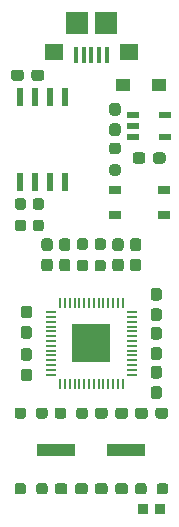
<source format=gtp>
%TF.GenerationSoftware,KiCad,Pcbnew,(5.1.10)-1*%
%TF.CreationDate,2021-05-16T15:19:33-05:00*%
%TF.ProjectId,rpi-pico-debugger-shoe,7270692d-7069-4636-9f2d-646562756767,v01*%
%TF.SameCoordinates,Original*%
%TF.FileFunction,Paste,Top*%
%TF.FilePolarity,Positive*%
%FSLAX46Y46*%
G04 Gerber Fmt 4.6, Leading zero omitted, Abs format (unit mm)*
G04 Created by KiCad (PCBNEW (5.1.10)-1) date 2021-05-16 15:19:33*
%MOMM*%
%LPD*%
G01*
G04 APERTURE LIST*
%ADD10C,0.152400*%
%ADD11R,3.200400X1.041400*%
%ADD12R,1.041400X0.660400*%
%ADD13R,1.003300X0.508000*%
%ADD14R,0.580000X1.610000*%
%ADD15R,0.400000X1.350000*%
%ADD16R,1.600000X1.400000*%
%ADD17R,1.900000X1.900000*%
%ADD18R,3.200400X3.200400*%
%ADD19R,0.177800X0.812800*%
%ADD20R,0.812800X0.177800*%
%ADD21R,0.950000X0.950000*%
%ADD22R,1.143000X1.092200*%
G04 APERTURE END LIST*
D10*
%TO.C,U1*%
X135999800Y-102999800D02*
X135999800Y-104400000D01*
X135999800Y-104400000D02*
X137400000Y-104400000D01*
X137400000Y-104400000D02*
X137400000Y-102999800D01*
X137400000Y-102999800D02*
X135999800Y-102999800D01*
X135999800Y-104600000D02*
X135999800Y-106000200D01*
X135999800Y-106000200D02*
X137400000Y-106000200D01*
X137400000Y-106000200D02*
X137400000Y-104600000D01*
X137400000Y-104600000D02*
X135999800Y-104600000D01*
X137600000Y-102999800D02*
X137600000Y-104400000D01*
X137600000Y-104400000D02*
X139000200Y-104400000D01*
X139000200Y-104400000D02*
X139000200Y-102999800D01*
X139000200Y-102999800D02*
X137600000Y-102999800D01*
X137600000Y-104600000D02*
X137600000Y-106000200D01*
X137600000Y-106000200D02*
X139000200Y-106000200D01*
X139000200Y-106000200D02*
X139000200Y-104600000D01*
X139000200Y-104600000D02*
X137600000Y-104600000D01*
%TD*%
D11*
%TO.C,Y1*%
X140459100Y-113500000D03*
X134540900Y-113500000D03*
%TD*%
D12*
%TO.C,SW1*%
X139525000Y-91475001D03*
X143675000Y-91475001D03*
X139525000Y-93624999D03*
X143675000Y-93624999D03*
%TD*%
D13*
%TO.C,U2*%
X143752550Y-85149999D03*
X143752550Y-87050001D03*
X141047450Y-87050001D03*
X141047450Y-86100000D03*
X141047450Y-85149999D03*
%TD*%
D14*
%TO.C,U3*%
X131495000Y-83595000D03*
X132765000Y-83595000D03*
X134035000Y-83595000D03*
X135305000Y-83595000D03*
X135305000Y-90805000D03*
X134035000Y-90805000D03*
X132765000Y-90805000D03*
X131495000Y-90805000D03*
%TD*%
D15*
%TO.C,J1*%
X138800000Y-80075000D03*
X138150000Y-80075000D03*
X137500000Y-80075000D03*
X136850000Y-80075000D03*
X136200000Y-80075000D03*
D16*
X140700000Y-79850000D03*
X134300000Y-79850000D03*
D17*
X138700000Y-77400000D03*
X136300000Y-77400000D03*
%TD*%
D18*
%TO.C,U1*%
X137500000Y-104500000D03*
D19*
X134858400Y-101096400D03*
X135264800Y-101096400D03*
X135671200Y-101096400D03*
X136077600Y-101096400D03*
X136484000Y-101096400D03*
X136890400Y-101096400D03*
X137296800Y-101096400D03*
X137703200Y-101096400D03*
X138109600Y-101096400D03*
X138516000Y-101096400D03*
X138922400Y-101096400D03*
X139328800Y-101096400D03*
X139735200Y-101096400D03*
X140141600Y-101096400D03*
D20*
X140903600Y-101858400D03*
X140903600Y-102264800D03*
X140903600Y-102671200D03*
X140903600Y-103077600D03*
X140903600Y-103484000D03*
X140903600Y-103890400D03*
X140903600Y-104296800D03*
X140903600Y-104703200D03*
X140903600Y-105109600D03*
X140903600Y-105516000D03*
X140903600Y-105922400D03*
X140903600Y-106328800D03*
X140903600Y-106735200D03*
X140903600Y-107141600D03*
D19*
X140141600Y-107903600D03*
X139735200Y-107903600D03*
X139328800Y-107903600D03*
X138922400Y-107903600D03*
X138516000Y-107903600D03*
X138109600Y-107903600D03*
X137703200Y-107903600D03*
X137296800Y-107903600D03*
X136890400Y-107903600D03*
X136484000Y-107903600D03*
X136077600Y-107903600D03*
X135671200Y-107903600D03*
X135264800Y-107903600D03*
X134858400Y-107903600D03*
D20*
X134096400Y-107141600D03*
X134096400Y-106735200D03*
X134096400Y-106328800D03*
X134096400Y-105922400D03*
X134096400Y-105516000D03*
X134096400Y-105109600D03*
X134096400Y-104703200D03*
X134096400Y-104296800D03*
X134096400Y-103890400D03*
X134096400Y-103484000D03*
X134096400Y-103077600D03*
X134096400Y-102671200D03*
X134096400Y-102264800D03*
X134096400Y-101858400D03*
%TD*%
%TO.C,R4*%
G36*
G01*
X136512500Y-97425000D02*
X136987500Y-97425000D01*
G75*
G02*
X137225000Y-97662500I0J-237500D01*
G01*
X137225000Y-98162500D01*
G75*
G02*
X136987500Y-98400000I-237500J0D01*
G01*
X136512500Y-98400000D01*
G75*
G02*
X136275000Y-98162500I0J237500D01*
G01*
X136275000Y-97662500D01*
G75*
G02*
X136512500Y-97425000I237500J0D01*
G01*
G37*
G36*
G01*
X136512500Y-95600000D02*
X136987500Y-95600000D01*
G75*
G02*
X137225000Y-95837500I0J-237500D01*
G01*
X137225000Y-96337500D01*
G75*
G02*
X136987500Y-96575000I-237500J0D01*
G01*
X136512500Y-96575000D01*
G75*
G02*
X136275000Y-96337500I0J237500D01*
G01*
X136275000Y-95837500D01*
G75*
G02*
X136512500Y-95600000I237500J0D01*
G01*
G37*
%TD*%
%TO.C,R9*%
G36*
G01*
X133237500Y-93175000D02*
X132762500Y-93175000D01*
G75*
G02*
X132525000Y-92937500I0J237500D01*
G01*
X132525000Y-92437500D01*
G75*
G02*
X132762500Y-92200000I237500J0D01*
G01*
X133237500Y-92200000D01*
G75*
G02*
X133475000Y-92437500I0J-237500D01*
G01*
X133475000Y-92937500D01*
G75*
G02*
X133237500Y-93175000I-237500J0D01*
G01*
G37*
G36*
G01*
X133237500Y-95000000D02*
X132762500Y-95000000D01*
G75*
G02*
X132525000Y-94762500I0J237500D01*
G01*
X132525000Y-94262500D01*
G75*
G02*
X132762500Y-94025000I237500J0D01*
G01*
X133237500Y-94025000D01*
G75*
G02*
X133475000Y-94262500I0J-237500D01*
G01*
X133475000Y-94762500D01*
G75*
G02*
X133237500Y-95000000I-237500J0D01*
G01*
G37*
%TD*%
%TO.C,R8*%
G36*
G01*
X131262500Y-94025000D02*
X131737500Y-94025000D01*
G75*
G02*
X131975000Y-94262500I0J-237500D01*
G01*
X131975000Y-94762500D01*
G75*
G02*
X131737500Y-95000000I-237500J0D01*
G01*
X131262500Y-95000000D01*
G75*
G02*
X131025000Y-94762500I0J237500D01*
G01*
X131025000Y-94262500D01*
G75*
G02*
X131262500Y-94025000I237500J0D01*
G01*
G37*
G36*
G01*
X131262500Y-92200000D02*
X131737500Y-92200000D01*
G75*
G02*
X131975000Y-92437500I0J-237500D01*
G01*
X131975000Y-92937500D01*
G75*
G02*
X131737500Y-93175000I-237500J0D01*
G01*
X131262500Y-93175000D01*
G75*
G02*
X131025000Y-92937500I0J237500D01*
G01*
X131025000Y-92437500D01*
G75*
G02*
X131262500Y-92200000I237500J0D01*
G01*
G37*
%TD*%
%TO.C,R7*%
G36*
G01*
X136225000Y-110637500D02*
X136225000Y-110162500D01*
G75*
G02*
X136462500Y-109925000I237500J0D01*
G01*
X136962500Y-109925000D01*
G75*
G02*
X137200000Y-110162500I0J-237500D01*
G01*
X137200000Y-110637500D01*
G75*
G02*
X136962500Y-110875000I-237500J0D01*
G01*
X136462500Y-110875000D01*
G75*
G02*
X136225000Y-110637500I0J237500D01*
G01*
G37*
G36*
G01*
X134400000Y-110637500D02*
X134400000Y-110162500D01*
G75*
G02*
X134637500Y-109925000I237500J0D01*
G01*
X135137500Y-109925000D01*
G75*
G02*
X135375000Y-110162500I0J-237500D01*
G01*
X135375000Y-110637500D01*
G75*
G02*
X135137500Y-110875000I-237500J0D01*
G01*
X134637500Y-110875000D01*
G75*
G02*
X134400000Y-110637500I0J237500D01*
G01*
G37*
%TD*%
%TO.C,R6*%
G36*
G01*
X131975000Y-110162500D02*
X131975000Y-110637500D01*
G75*
G02*
X131737500Y-110875000I-237500J0D01*
G01*
X131237500Y-110875000D01*
G75*
G02*
X131000000Y-110637500I0J237500D01*
G01*
X131000000Y-110162500D01*
G75*
G02*
X131237500Y-109925000I237500J0D01*
G01*
X131737500Y-109925000D01*
G75*
G02*
X131975000Y-110162500I0J-237500D01*
G01*
G37*
G36*
G01*
X133800000Y-110162500D02*
X133800000Y-110637500D01*
G75*
G02*
X133562500Y-110875000I-237500J0D01*
G01*
X133062500Y-110875000D01*
G75*
G02*
X132825000Y-110637500I0J237500D01*
G01*
X132825000Y-110162500D01*
G75*
G02*
X133062500Y-109925000I237500J0D01*
G01*
X133562500Y-109925000D01*
G75*
G02*
X133800000Y-110162500I0J-237500D01*
G01*
G37*
%TD*%
%TO.C,R5*%
G36*
G01*
X138012500Y-97425000D02*
X138487500Y-97425000D01*
G75*
G02*
X138725000Y-97662500I0J-237500D01*
G01*
X138725000Y-98162500D01*
G75*
G02*
X138487500Y-98400000I-237500J0D01*
G01*
X138012500Y-98400000D01*
G75*
G02*
X137775000Y-98162500I0J237500D01*
G01*
X137775000Y-97662500D01*
G75*
G02*
X138012500Y-97425000I237500J0D01*
G01*
G37*
G36*
G01*
X138012500Y-95600000D02*
X138487500Y-95600000D01*
G75*
G02*
X138725000Y-95837500I0J-237500D01*
G01*
X138725000Y-96337500D01*
G75*
G02*
X138487500Y-96575000I-237500J0D01*
G01*
X138012500Y-96575000D01*
G75*
G02*
X137775000Y-96337500I0J237500D01*
G01*
X137775000Y-95837500D01*
G75*
G02*
X138012500Y-95600000I237500J0D01*
G01*
G37*
%TD*%
%TO.C,R3*%
G36*
G01*
X139262500Y-89325000D02*
X139737500Y-89325000D01*
G75*
G02*
X139975000Y-89562500I0J-237500D01*
G01*
X139975000Y-90062500D01*
G75*
G02*
X139737500Y-90300000I-237500J0D01*
G01*
X139262500Y-90300000D01*
G75*
G02*
X139025000Y-90062500I0J237500D01*
G01*
X139025000Y-89562500D01*
G75*
G02*
X139262500Y-89325000I237500J0D01*
G01*
G37*
G36*
G01*
X139262500Y-87500000D02*
X139737500Y-87500000D01*
G75*
G02*
X139975000Y-87737500I0J-237500D01*
G01*
X139975000Y-88237500D01*
G75*
G02*
X139737500Y-88475000I-237500J0D01*
G01*
X139262500Y-88475000D01*
G75*
G02*
X139025000Y-88237500I0J237500D01*
G01*
X139025000Y-87737500D01*
G75*
G02*
X139262500Y-87500000I237500J0D01*
G01*
G37*
%TD*%
%TO.C,R2*%
G36*
G01*
X142175000Y-116562500D02*
X142175000Y-117037500D01*
G75*
G02*
X141937500Y-117275000I-237500J0D01*
G01*
X141437500Y-117275000D01*
G75*
G02*
X141200000Y-117037500I0J237500D01*
G01*
X141200000Y-116562500D01*
G75*
G02*
X141437500Y-116325000I237500J0D01*
G01*
X141937500Y-116325000D01*
G75*
G02*
X142175000Y-116562500I0J-237500D01*
G01*
G37*
G36*
G01*
X144000000Y-116562500D02*
X144000000Y-117037500D01*
G75*
G02*
X143762500Y-117275000I-237500J0D01*
G01*
X143262500Y-117275000D01*
G75*
G02*
X143025000Y-117037500I0J237500D01*
G01*
X143025000Y-116562500D01*
G75*
G02*
X143262500Y-116325000I237500J0D01*
G01*
X143762500Y-116325000D01*
G75*
G02*
X144000000Y-116562500I0J-237500D01*
G01*
G37*
%TD*%
%TO.C,R1*%
G36*
G01*
X132825000Y-117037500D02*
X132825000Y-116562500D01*
G75*
G02*
X133062500Y-116325000I237500J0D01*
G01*
X133562500Y-116325000D01*
G75*
G02*
X133800000Y-116562500I0J-237500D01*
G01*
X133800000Y-117037500D01*
G75*
G02*
X133562500Y-117275000I-237500J0D01*
G01*
X133062500Y-117275000D01*
G75*
G02*
X132825000Y-117037500I0J237500D01*
G01*
G37*
G36*
G01*
X131000000Y-117037500D02*
X131000000Y-116562500D01*
G75*
G02*
X131237500Y-116325000I237500J0D01*
G01*
X131737500Y-116325000D01*
G75*
G02*
X131975000Y-116562500I0J-237500D01*
G01*
X131975000Y-117037500D01*
G75*
G02*
X131737500Y-117275000I-237500J0D01*
G01*
X131237500Y-117275000D01*
G75*
G02*
X131000000Y-117037500I0J237500D01*
G01*
G37*
%TD*%
D21*
%TO.C,LED1*%
X141850000Y-118500000D03*
X143350000Y-118500000D03*
%TD*%
D22*
%TO.C,CR1*%
X140163300Y-82600000D03*
X143236700Y-82600000D03*
%TD*%
%TO.C,C16*%
G36*
G01*
X132425000Y-82037500D02*
X132425000Y-81562500D01*
G75*
G02*
X132662500Y-81325000I237500J0D01*
G01*
X133262500Y-81325000D01*
G75*
G02*
X133500000Y-81562500I0J-237500D01*
G01*
X133500000Y-82037500D01*
G75*
G02*
X133262500Y-82275000I-237500J0D01*
G01*
X132662500Y-82275000D01*
G75*
G02*
X132425000Y-82037500I0J237500D01*
G01*
G37*
G36*
G01*
X130700000Y-82037500D02*
X130700000Y-81562500D01*
G75*
G02*
X130937500Y-81325000I237500J0D01*
G01*
X131537500Y-81325000D01*
G75*
G02*
X131775000Y-81562500I0J-237500D01*
G01*
X131775000Y-82037500D01*
G75*
G02*
X131537500Y-82275000I-237500J0D01*
G01*
X130937500Y-82275000D01*
G75*
G02*
X130700000Y-82037500I0J237500D01*
G01*
G37*
%TD*%
%TO.C,C15*%
G36*
G01*
X138875000Y-116562500D02*
X138875000Y-117037500D01*
G75*
G02*
X138637500Y-117275000I-237500J0D01*
G01*
X138037500Y-117275000D01*
G75*
G02*
X137800000Y-117037500I0J237500D01*
G01*
X137800000Y-116562500D01*
G75*
G02*
X138037500Y-116325000I237500J0D01*
G01*
X138637500Y-116325000D01*
G75*
G02*
X138875000Y-116562500I0J-237500D01*
G01*
G37*
G36*
G01*
X140600000Y-116562500D02*
X140600000Y-117037500D01*
G75*
G02*
X140362500Y-117275000I-237500J0D01*
G01*
X139762500Y-117275000D01*
G75*
G02*
X139525000Y-117037500I0J237500D01*
G01*
X139525000Y-116562500D01*
G75*
G02*
X139762500Y-116325000I237500J0D01*
G01*
X140362500Y-116325000D01*
G75*
G02*
X140600000Y-116562500I0J-237500D01*
G01*
G37*
%TD*%
%TO.C,C14*%
G36*
G01*
X142075000Y-88562500D02*
X142075000Y-89037500D01*
G75*
G02*
X141837500Y-89275000I-237500J0D01*
G01*
X141237500Y-89275000D01*
G75*
G02*
X141000000Y-89037500I0J237500D01*
G01*
X141000000Y-88562500D01*
G75*
G02*
X141237500Y-88325000I237500J0D01*
G01*
X141837500Y-88325000D01*
G75*
G02*
X142075000Y-88562500I0J-237500D01*
G01*
G37*
G36*
G01*
X143800000Y-88562500D02*
X143800000Y-89037500D01*
G75*
G02*
X143562500Y-89275000I-237500J0D01*
G01*
X142962500Y-89275000D01*
G75*
G02*
X142725000Y-89037500I0J237500D01*
G01*
X142725000Y-88562500D01*
G75*
G02*
X142962500Y-88325000I237500J0D01*
G01*
X143562500Y-88325000D01*
G75*
G02*
X143800000Y-88562500I0J-237500D01*
G01*
G37*
%TD*%
%TO.C,C13*%
G36*
G01*
X136125000Y-117037500D02*
X136125000Y-116562500D01*
G75*
G02*
X136362500Y-116325000I237500J0D01*
G01*
X136962500Y-116325000D01*
G75*
G02*
X137200000Y-116562500I0J-237500D01*
G01*
X137200000Y-117037500D01*
G75*
G02*
X136962500Y-117275000I-237500J0D01*
G01*
X136362500Y-117275000D01*
G75*
G02*
X136125000Y-117037500I0J237500D01*
G01*
G37*
G36*
G01*
X134400000Y-117037500D02*
X134400000Y-116562500D01*
G75*
G02*
X134637500Y-116325000I237500J0D01*
G01*
X135237500Y-116325000D01*
G75*
G02*
X135475000Y-116562500I0J-237500D01*
G01*
X135475000Y-117037500D01*
G75*
G02*
X135237500Y-117275000I-237500J0D01*
G01*
X134637500Y-117275000D01*
G75*
G02*
X134400000Y-117037500I0J237500D01*
G01*
G37*
%TD*%
%TO.C,C12*%
G36*
G01*
X139987500Y-96675000D02*
X139512500Y-96675000D01*
G75*
G02*
X139275000Y-96437500I0J237500D01*
G01*
X139275000Y-95837500D01*
G75*
G02*
X139512500Y-95600000I237500J0D01*
G01*
X139987500Y-95600000D01*
G75*
G02*
X140225000Y-95837500I0J-237500D01*
G01*
X140225000Y-96437500D01*
G75*
G02*
X139987500Y-96675000I-237500J0D01*
G01*
G37*
G36*
G01*
X139987500Y-98400000D02*
X139512500Y-98400000D01*
G75*
G02*
X139275000Y-98162500I0J237500D01*
G01*
X139275000Y-97562500D01*
G75*
G02*
X139512500Y-97325000I237500J0D01*
G01*
X139987500Y-97325000D01*
G75*
G02*
X140225000Y-97562500I0J-237500D01*
G01*
X140225000Y-98162500D01*
G75*
G02*
X139987500Y-98400000I-237500J0D01*
G01*
G37*
%TD*%
%TO.C,C11*%
G36*
G01*
X142925000Y-110637500D02*
X142925000Y-110162500D01*
G75*
G02*
X143162500Y-109925000I237500J0D01*
G01*
X143762500Y-109925000D01*
G75*
G02*
X144000000Y-110162500I0J-237500D01*
G01*
X144000000Y-110637500D01*
G75*
G02*
X143762500Y-110875000I-237500J0D01*
G01*
X143162500Y-110875000D01*
G75*
G02*
X142925000Y-110637500I0J237500D01*
G01*
G37*
G36*
G01*
X141200000Y-110637500D02*
X141200000Y-110162500D01*
G75*
G02*
X141437500Y-109925000I237500J0D01*
G01*
X142037500Y-109925000D01*
G75*
G02*
X142275000Y-110162500I0J-237500D01*
G01*
X142275000Y-110637500D01*
G75*
G02*
X142037500Y-110875000I-237500J0D01*
G01*
X141437500Y-110875000D01*
G75*
G02*
X141200000Y-110637500I0J237500D01*
G01*
G37*
%TD*%
%TO.C,C10*%
G36*
G01*
X141487500Y-96675000D02*
X141012500Y-96675000D01*
G75*
G02*
X140775000Y-96437500I0J237500D01*
G01*
X140775000Y-95837500D01*
G75*
G02*
X141012500Y-95600000I237500J0D01*
G01*
X141487500Y-95600000D01*
G75*
G02*
X141725000Y-95837500I0J-237500D01*
G01*
X141725000Y-96437500D01*
G75*
G02*
X141487500Y-96675000I-237500J0D01*
G01*
G37*
G36*
G01*
X141487500Y-98400000D02*
X141012500Y-98400000D01*
G75*
G02*
X140775000Y-98162500I0J237500D01*
G01*
X140775000Y-97562500D01*
G75*
G02*
X141012500Y-97325000I237500J0D01*
G01*
X141487500Y-97325000D01*
G75*
G02*
X141725000Y-97562500I0J-237500D01*
G01*
X141725000Y-98162500D01*
G75*
G02*
X141487500Y-98400000I-237500J0D01*
G01*
G37*
%TD*%
%TO.C,C9*%
G36*
G01*
X133987500Y-96675000D02*
X133512500Y-96675000D01*
G75*
G02*
X133275000Y-96437500I0J237500D01*
G01*
X133275000Y-95837500D01*
G75*
G02*
X133512500Y-95600000I237500J0D01*
G01*
X133987500Y-95600000D01*
G75*
G02*
X134225000Y-95837500I0J-237500D01*
G01*
X134225000Y-96437500D01*
G75*
G02*
X133987500Y-96675000I-237500J0D01*
G01*
G37*
G36*
G01*
X133987500Y-98400000D02*
X133512500Y-98400000D01*
G75*
G02*
X133275000Y-98162500I0J237500D01*
G01*
X133275000Y-97562500D01*
G75*
G02*
X133512500Y-97325000I237500J0D01*
G01*
X133987500Y-97325000D01*
G75*
G02*
X134225000Y-97562500I0J-237500D01*
G01*
X134225000Y-98162500D01*
G75*
G02*
X133987500Y-98400000I-237500J0D01*
G01*
G37*
%TD*%
%TO.C,C8*%
G36*
G01*
X142762500Y-101525000D02*
X143237500Y-101525000D01*
G75*
G02*
X143475000Y-101762500I0J-237500D01*
G01*
X143475000Y-102362500D01*
G75*
G02*
X143237500Y-102600000I-237500J0D01*
G01*
X142762500Y-102600000D01*
G75*
G02*
X142525000Y-102362500I0J237500D01*
G01*
X142525000Y-101762500D01*
G75*
G02*
X142762500Y-101525000I237500J0D01*
G01*
G37*
G36*
G01*
X142762500Y-99800000D02*
X143237500Y-99800000D01*
G75*
G02*
X143475000Y-100037500I0J-237500D01*
G01*
X143475000Y-100637500D01*
G75*
G02*
X143237500Y-100875000I-237500J0D01*
G01*
X142762500Y-100875000D01*
G75*
G02*
X142525000Y-100637500I0J237500D01*
G01*
X142525000Y-100037500D01*
G75*
G02*
X142762500Y-99800000I237500J0D01*
G01*
G37*
%TD*%
%TO.C,C7*%
G36*
G01*
X142762500Y-104825000D02*
X143237500Y-104825000D01*
G75*
G02*
X143475000Y-105062500I0J-237500D01*
G01*
X143475000Y-105662500D01*
G75*
G02*
X143237500Y-105900000I-237500J0D01*
G01*
X142762500Y-105900000D01*
G75*
G02*
X142525000Y-105662500I0J237500D01*
G01*
X142525000Y-105062500D01*
G75*
G02*
X142762500Y-104825000I237500J0D01*
G01*
G37*
G36*
G01*
X142762500Y-103100000D02*
X143237500Y-103100000D01*
G75*
G02*
X143475000Y-103337500I0J-237500D01*
G01*
X143475000Y-103937500D01*
G75*
G02*
X143237500Y-104175000I-237500J0D01*
G01*
X142762500Y-104175000D01*
G75*
G02*
X142525000Y-103937500I0J237500D01*
G01*
X142525000Y-103337500D01*
G75*
G02*
X142762500Y-103100000I237500J0D01*
G01*
G37*
%TD*%
%TO.C,C6*%
G36*
G01*
X139737500Y-85212500D02*
X139262500Y-85212500D01*
G75*
G02*
X139025000Y-84975000I0J237500D01*
G01*
X139025000Y-84375000D01*
G75*
G02*
X139262500Y-84137500I237500J0D01*
G01*
X139737500Y-84137500D01*
G75*
G02*
X139975000Y-84375000I0J-237500D01*
G01*
X139975000Y-84975000D01*
G75*
G02*
X139737500Y-85212500I-237500J0D01*
G01*
G37*
G36*
G01*
X139737500Y-86937500D02*
X139262500Y-86937500D01*
G75*
G02*
X139025000Y-86700000I0J237500D01*
G01*
X139025000Y-86100000D01*
G75*
G02*
X139262500Y-85862500I237500J0D01*
G01*
X139737500Y-85862500D01*
G75*
G02*
X139975000Y-86100000I0J-237500D01*
G01*
X139975000Y-86700000D01*
G75*
G02*
X139737500Y-86937500I-237500J0D01*
G01*
G37*
%TD*%
%TO.C,C5*%
G36*
G01*
X142762500Y-108125000D02*
X143237500Y-108125000D01*
G75*
G02*
X143475000Y-108362500I0J-237500D01*
G01*
X143475000Y-108962500D01*
G75*
G02*
X143237500Y-109200000I-237500J0D01*
G01*
X142762500Y-109200000D01*
G75*
G02*
X142525000Y-108962500I0J237500D01*
G01*
X142525000Y-108362500D01*
G75*
G02*
X142762500Y-108125000I237500J0D01*
G01*
G37*
G36*
G01*
X142762500Y-106400000D02*
X143237500Y-106400000D01*
G75*
G02*
X143475000Y-106637500I0J-237500D01*
G01*
X143475000Y-107237500D01*
G75*
G02*
X143237500Y-107475000I-237500J0D01*
G01*
X142762500Y-107475000D01*
G75*
G02*
X142525000Y-107237500I0J237500D01*
G01*
X142525000Y-106637500D01*
G75*
G02*
X142762500Y-106400000I237500J0D01*
G01*
G37*
%TD*%
%TO.C,C4*%
G36*
G01*
X139525000Y-110637500D02*
X139525000Y-110162500D01*
G75*
G02*
X139762500Y-109925000I237500J0D01*
G01*
X140362500Y-109925000D01*
G75*
G02*
X140600000Y-110162500I0J-237500D01*
G01*
X140600000Y-110637500D01*
G75*
G02*
X140362500Y-110875000I-237500J0D01*
G01*
X139762500Y-110875000D01*
G75*
G02*
X139525000Y-110637500I0J237500D01*
G01*
G37*
G36*
G01*
X137800000Y-110637500D02*
X137800000Y-110162500D01*
G75*
G02*
X138037500Y-109925000I237500J0D01*
G01*
X138637500Y-109925000D01*
G75*
G02*
X138875000Y-110162500I0J-237500D01*
G01*
X138875000Y-110637500D01*
G75*
G02*
X138637500Y-110875000I-237500J0D01*
G01*
X138037500Y-110875000D01*
G75*
G02*
X137800000Y-110637500I0J237500D01*
G01*
G37*
%TD*%
%TO.C,C3*%
G36*
G01*
X131762500Y-106625000D02*
X132237500Y-106625000D01*
G75*
G02*
X132475000Y-106862500I0J-237500D01*
G01*
X132475000Y-107462500D01*
G75*
G02*
X132237500Y-107700000I-237500J0D01*
G01*
X131762500Y-107700000D01*
G75*
G02*
X131525000Y-107462500I0J237500D01*
G01*
X131525000Y-106862500D01*
G75*
G02*
X131762500Y-106625000I237500J0D01*
G01*
G37*
G36*
G01*
X131762500Y-104900000D02*
X132237500Y-104900000D01*
G75*
G02*
X132475000Y-105137500I0J-237500D01*
G01*
X132475000Y-105737500D01*
G75*
G02*
X132237500Y-105975000I-237500J0D01*
G01*
X131762500Y-105975000D01*
G75*
G02*
X131525000Y-105737500I0J237500D01*
G01*
X131525000Y-105137500D01*
G75*
G02*
X131762500Y-104900000I237500J0D01*
G01*
G37*
%TD*%
%TO.C,C2*%
G36*
G01*
X131762500Y-103025000D02*
X132237500Y-103025000D01*
G75*
G02*
X132475000Y-103262500I0J-237500D01*
G01*
X132475000Y-103862500D01*
G75*
G02*
X132237500Y-104100000I-237500J0D01*
G01*
X131762500Y-104100000D01*
G75*
G02*
X131525000Y-103862500I0J237500D01*
G01*
X131525000Y-103262500D01*
G75*
G02*
X131762500Y-103025000I237500J0D01*
G01*
G37*
G36*
G01*
X131762500Y-101300000D02*
X132237500Y-101300000D01*
G75*
G02*
X132475000Y-101537500I0J-237500D01*
G01*
X132475000Y-102137500D01*
G75*
G02*
X132237500Y-102375000I-237500J0D01*
G01*
X131762500Y-102375000D01*
G75*
G02*
X131525000Y-102137500I0J237500D01*
G01*
X131525000Y-101537500D01*
G75*
G02*
X131762500Y-101300000I237500J0D01*
G01*
G37*
%TD*%
%TO.C,C1*%
G36*
G01*
X135487500Y-96675000D02*
X135012500Y-96675000D01*
G75*
G02*
X134775000Y-96437500I0J237500D01*
G01*
X134775000Y-95837500D01*
G75*
G02*
X135012500Y-95600000I237500J0D01*
G01*
X135487500Y-95600000D01*
G75*
G02*
X135725000Y-95837500I0J-237500D01*
G01*
X135725000Y-96437500D01*
G75*
G02*
X135487500Y-96675000I-237500J0D01*
G01*
G37*
G36*
G01*
X135487500Y-98400000D02*
X135012500Y-98400000D01*
G75*
G02*
X134775000Y-98162500I0J237500D01*
G01*
X134775000Y-97562500D01*
G75*
G02*
X135012500Y-97325000I237500J0D01*
G01*
X135487500Y-97325000D01*
G75*
G02*
X135725000Y-97562500I0J-237500D01*
G01*
X135725000Y-98162500D01*
G75*
G02*
X135487500Y-98400000I-237500J0D01*
G01*
G37*
%TD*%
M02*

</source>
